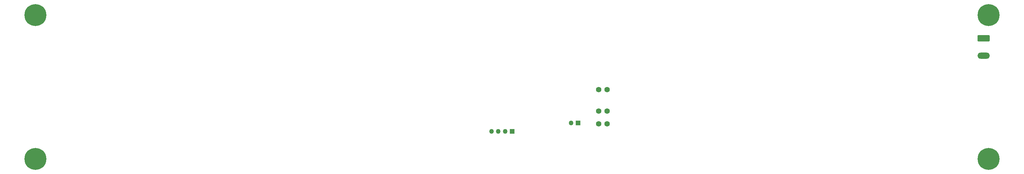
<source format=gbr>
%TF.GenerationSoftware,KiCad,Pcbnew,6.0.8-f2edbf62ab~116~ubuntu22.04.1*%
%TF.CreationDate,2022-10-14T18:08:29+02:00*%
%TF.ProjectId,bms,626d732e-6b69-4636-9164-5f7063625858,rev?*%
%TF.SameCoordinates,Original*%
%TF.FileFunction,Soldermask,Bot*%
%TF.FilePolarity,Negative*%
%FSLAX46Y46*%
G04 Gerber Fmt 4.6, Leading zero omitted, Abs format (unit mm)*
G04 Created by KiCad (PCBNEW 6.0.8-f2edbf62ab~116~ubuntu22.04.1) date 2022-10-14 18:08:29*
%MOMM*%
%LPD*%
G01*
G04 APERTURE LIST*
G04 Aperture macros list*
%AMRoundRect*
0 Rectangle with rounded corners*
0 $1 Rounding radius*
0 $2 $3 $4 $5 $6 $7 $8 $9 X,Y pos of 4 corners*
0 Add a 4 corners polygon primitive as box body*
4,1,4,$2,$3,$4,$5,$6,$7,$8,$9,$2,$3,0*
0 Add four circle primitives for the rounded corners*
1,1,$1+$1,$2,$3*
1,1,$1+$1,$4,$5*
1,1,$1+$1,$6,$7*
1,1,$1+$1,$8,$9*
0 Add four rect primitives between the rounded corners*
20,1,$1+$1,$2,$3,$4,$5,0*
20,1,$1+$1,$4,$5,$6,$7,0*
20,1,$1+$1,$6,$7,$8,$9,0*
20,1,$1+$1,$8,$9,$2,$3,0*%
G04 Aperture macros list end*
%ADD10C,0.800000*%
%ADD11C,6.400000*%
%ADD12R,1.350000X1.350000*%
%ADD13O,1.350000X1.350000*%
%ADD14C,1.600000*%
%ADD15RoundRect,0.250000X-1.550000X0.650000X-1.550000X-0.650000X1.550000X-0.650000X1.550000X0.650000X0*%
%ADD16O,3.600000X1.800000*%
G04 APERTURE END LIST*
D10*
%TO.C,H4*%
X382000000Y-101600000D03*
X383697056Y-105697056D03*
X383697056Y-102302944D03*
X384400000Y-104000000D03*
D11*
X382000000Y-104000000D03*
D10*
X382000000Y-106400000D03*
X380302944Y-102302944D03*
X380302944Y-105697056D03*
X379600000Y-104000000D03*
%TD*%
%TO.C,H3*%
X382000000Y-143600000D03*
X383697056Y-147697056D03*
X383697056Y-144302944D03*
X384400000Y-146000000D03*
D11*
X382000000Y-146000000D03*
D10*
X382000000Y-148400000D03*
X380302944Y-144302944D03*
X380302944Y-147697056D03*
X379600000Y-146000000D03*
%TD*%
%TO.C,H2*%
X104000000Y-101600000D03*
X105697056Y-105697056D03*
X105697056Y-102302944D03*
X106400000Y-104000000D03*
D11*
X104000000Y-104000000D03*
D10*
X104000000Y-106400000D03*
X102302944Y-102302944D03*
X102302944Y-105697056D03*
X101600000Y-104000000D03*
%TD*%
%TO.C,H1*%
X104000000Y-143600000D03*
X105697056Y-147697056D03*
X105697056Y-144302944D03*
X106400000Y-146000000D03*
D11*
X104000000Y-146000000D03*
D10*
X104000000Y-148400000D03*
X102302944Y-144302944D03*
X102302944Y-147697056D03*
X101600000Y-146000000D03*
%TD*%
D12*
%TO.C,Comm1*%
X243000000Y-138000000D03*
D13*
X241000000Y-138000000D03*
X239000000Y-138000000D03*
X237000000Y-138000000D03*
%TD*%
D14*
%TO.C,TH10K1*%
X268250000Y-125750000D03*
X270750000Y-125750000D03*
%TD*%
D12*
%TO.C,MCUPower1*%
X262250000Y-135500000D03*
D13*
X260250000Y-135500000D03*
%TD*%
D15*
%TO.C,Battery1*%
X380557500Y-110777500D03*
D16*
X380557500Y-115857500D03*
%TD*%
D14*
%TO.C,TH10K3*%
X268250000Y-135750000D03*
X270750000Y-135750000D03*
%TD*%
%TO.C,TH10K2*%
X268250000Y-132000000D03*
X270750000Y-132000000D03*
%TD*%
M02*

</source>
